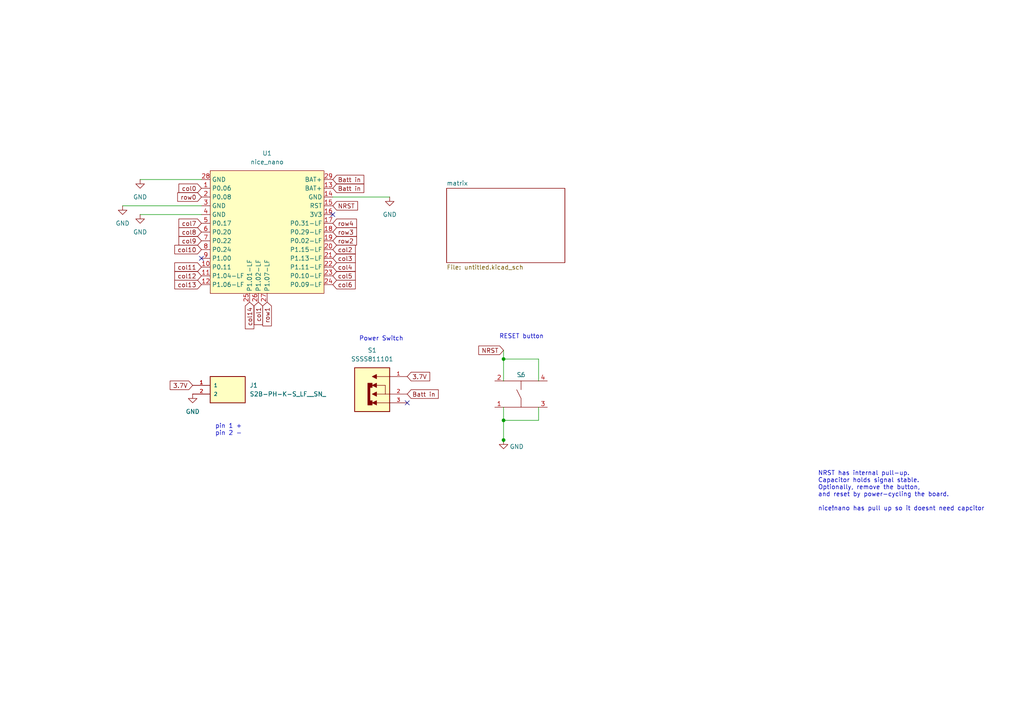
<source format=kicad_sch>
(kicad_sch (version 20231120) (generator "eeschema") (generator_version "8.0")
  (paper "A4")
  (lib_symbols
    (symbol "Custom:EVQ-PUA02K"
      (property "Reference" "S" (at 0 6.35 0))
      (symbol "EVQ-PUA02K_0_1"
        (polyline (pts (xy -5.08 -3.81) (xy 5.08 -3.81)))
        (polyline (pts (xy -5.08 3.81) (xy -5.08 3.81)))
        (polyline (pts (xy -5.08 3.81) (xy 5.08 3.81)))
        (polyline (pts (xy 0 -1.27) (xy 0 -3.81)))
        (polyline (pts (xy 0 -1.27) (xy 0 -1.27)))
        (polyline (pts (xy 0 -1.27) (xy 0 -1.27)))
        (polyline (pts (xy 5.08 3.81) (xy 5.08 3.81)))
        (polyline (pts (xy 0 3.81) (xy 0 1.27) (xy 1.27 -1.27)))
      )
      (symbol "EVQ-PUA02K_1_1"
        (pin passive line (at 5.08 3.81 0) (length 2.54) (name "") (number "1"))
        (pin passive line (at 5.08 -3.81 0) (length 2.54) (name "") (number "2"))
        (pin passive line (at -5.08 3.81 180) (length 2.54) (name "") (number "3"))
        (pin passive line (at -5.08 -3.81 180) (length 2.54) (name "") (number "4"))
      )
    )
    (symbol "GND_1" (power) (pin_numbers hide) (pin_names (offset 0) hide)
      (property "Value" "GND" (at 0 -3.81 0))
      (symbol "GND_1_0_1"
        (polyline (pts (xy 0 0) (xy 0 -1.27) (xy 1.27 -1.27) (xy 0 -2.54) (xy -1.27 -1.27) (xy 0 -1.27)))
      )
      (symbol "GND_1_1_1"
        (pin power_in line (at 0 0 270) (length 0) (name "~") (number "1"))
      )
    )
    (symbol "GND_2" (power) (pin_numbers hide) (pin_names (offset 0) hide)
      (property "Value" "GND" (at 0 -3.81 0))
      (symbol "GND_2_0_1"
        (polyline (pts (xy 0 0) (xy 0 -1.27) (xy 1.27 -1.27) (xy 0 -2.54) (xy -1.27 -1.27) (xy 0 -1.27)))
      )
      (symbol "GND_2_1_1"
        (pin power_in line (at 0 0 270) (length 0) (name "~") (number "1"))
      )
    )
    (symbol "PCM_marbastlib-promicroish:nice_nano" (in_bom no)
      (property "Reference" "U" (at 0 22.86 0))
      (property "Value" "nice_nano" (at 0 20.32 0))
      (symbol "nice_nano_0_0"
        (pin bidirectional line (at -19.05 13.97 0) (length 2.54) (name "P0.06") (number "1"))
        (pin bidirectional line (at -19.05 -8.89 0) (length 2.54) (name "P0.11") (number "10"))
        (pin bidirectional line (at -19.05 -11.43 0) (length 2.54) (name "P1.04-LF") (number "11"))
        (pin bidirectional line (at -19.05 -13.97 0) (length 2.54) (name "P1.06-LF") (number "12"))
        (pin power_out line (at 19.05 11.43 180) (length 2.54) (name "GND") (number "14"))
        (pin bidirectional line (at 19.05 8.89 180) (length 2.54) (name "RST") (number "15"))
        (pin bidirectional line (at 19.05 3.81 180) (length 2.54) (name "P0.31-LF") (number "17"))
        (pin bidirectional line (at 19.05 1.27 180) (length 2.54) (name "P0.29-LF") (number "18"))
        (pin bidirectional line (at 19.05 -1.27 180) (length 2.54) (name "P0.02-LF") (number "19"))
        (pin bidirectional line (at -19.05 11.43 0) (length 2.54) (name "P0.08") (number "2"))
        (pin bidirectional line (at 19.05 -3.81 180) (length 2.54) (name "P1.15-LF") (number "20"))
        (pin bidirectional line (at 19.05 -6.35 180) (length 2.54) (name "P1.13-LF") (number "21"))
        (pin bidirectional line (at 19.05 -8.89 180) (length 2.54) (name "P1.11-LF") (number "22"))
        (pin bidirectional line (at 19.05 -13.97 180) (length 2.54) (name "P0.09-LF") (number "24"))
        (pin power_out line (at -19.05 8.89 0) (length 2.54) (name "GND") (number "3"))
        (pin power_out line (at -19.05 6.35 0) (length 2.54) (name "GND") (number "4"))
        (pin bidirectional line (at -19.05 3.81 0) (length 2.54) (name "P0.17") (number "5"))
        (pin bidirectional line (at -19.05 1.27 0) (length 2.54) (name "P0.20") (number "6"))
        (pin bidirectional line (at -19.05 -1.27 0) (length 2.54) (name "P0.22") (number "7"))
        (pin bidirectional line (at -19.05 -3.81 0) (length 2.54) (name "P0.24") (number "8"))
        (pin bidirectional line (at -19.05 -6.35 0) (length 2.54) (name "P1.00") (number "9"))
      )
      (symbol "nice_nano_1_0"
        (pin power_out line (at 19.05 13.97 180) (length 2.54) (name "BAT+") (number "13"))
        (pin power_out line (at 19.05 6.35 180) (length 2.54) (name "3V3") (number "16"))
        (pin bidirectional line (at 19.05 -11.43 180) (length 2.54) (name "P0.10-LF") (number "23"))
        (pin bidirectional line (at -5.08 -19.05 90) (length 2.54) (name "P1.01-LF") (number "25"))
        (pin bidirectional line (at -2.54 -19.05 90) (length 2.54) (name "P1.02-LF") (number "26"))
        (pin bidirectional line (at 0 -19.05 90) (length 2.54) (name "P1.07-LF") (number "27"))
        (pin power_out line (at -19.05 16.51 0) (length 2.54) (name "GND") (number "28"))
        (pin power_out line (at 19.05 16.51 180) (length 2.54) (name "BAT+") (number "29"))
      )
      (symbol "nice_nano_1_1"
        (rectangle (start -16.51 19.05) (end 16.51 -16.51) (fill (type background)))
      )
    )
    (symbol "S2B-PH-K-S_LF__SN_:S2B-PH-K-S_LF__SN_" (pin_names (offset 1.016))
      (property "Reference" "J" (at -5.08 3.302 0))
      (property "Value" "S2B-PH-K-S_LF__SN_" (at -5.08 -7.62 0))
      (symbol "S2B-PH-K-S_LF__SN__0_0"
        (rectangle (start -5.08 -5.08) (end 5.08 2.54) (stroke (width 0.254)) (fill (type background)))
        (pin passive line (at -10.16 0 0) (length 5.08) (name "1") (number "1"))
        (pin passive line (at -10.16 -2.54 0) (length 5.08) (name "2") (number "2"))
      )
    )
    (symbol "SSSS811101:SSSS811101" (pin_names (offset 1.016))
      (property "Reference" "S" (at -5.08 5.715 0))
      (property "Value" "SSSS811101" (at -5.08 -10.16 0))
      (symbol "SSSS811101_0_0"
        (rectangle (start -5.08 -7.62) (end 5.08 5.08) (stroke (width 0.254)) (fill (type background)))
        (polyline (pts (xy 3.81 -2.54) (xy 1.27 -2.54)) (stroke (width 0.1524)))
        (polyline (pts (xy 3.81 0) (xy 1.27 0)) (stroke (width 0.1524)))
        (polyline (pts (xy 3.81 0) (xy 3.81 -2.54)) (stroke (width 0.1524)))
        (polyline (pts (xy 5.08 -5.08) (xy 1.27 -5.08)) (stroke (width 0.1524)))
        (polyline (pts (xy 5.08 -2.54) (xy 3.81 -2.54)) (stroke (width 0.1524)))
        (polyline (pts (xy 5.08 2.54) (xy 1.27 2.54)) (stroke (width 0.1524)))
        (polyline (pts (xy 1.27 -5.715) (xy 1.27 -4.445) (xy 0 -5.08) (xy 1.27 -5.715)) (stroke (width 0.1524)) (fill (type outline)))
        (polyline (pts (xy 1.27 -3.175) (xy 1.27 -1.905) (xy 0 -2.54) (xy 1.27 -3.175)) (stroke (width 0.1524)) (fill (type outline)))
        (polyline (pts (xy 1.27 -0.635) (xy 1.27 0.635) (xy 0 0) (xy 1.27 -0.635)) (stroke (width 0.1524)) (fill (type outline)))
        (polyline (pts (xy 1.27 1.905) (xy 1.27 3.175) (xy 0 2.54) (xy 1.27 1.905)) (stroke (width 0.1524)) (fill (type outline)))
        (polyline (pts (xy 0 -4.445) (xy 0 -5.715) (xy -1.27 -5.715) (xy -1.27 0.635) (xy 0 0.635) (xy 0 -0.635) (xy -0.635 -0.635) (xy -0.635 -4.445) (xy 0 -4.445)) (stroke (width 0.1524)) (fill (type outline)))
        (pin passive line (at 10.16 2.54 180) (length 5.08) (name "~") (number "1"))
        (pin passive line (at 10.16 -2.54 180) (length 5.08) (name "~") (number "2"))
        (pin passive line (at 10.16 -5.08 180) (length 5.08) (name "~") (number "3"))
      )
    )
    (symbol "power:GND" (power) (pin_names (offset 0))
      (property "Value" "GND" (at 0 -3.81 0))
      (symbol "GND_0_1"
        (polyline (pts (xy 0 0) (xy 0 -1.27) (xy 1.27 -1.27) (xy 0 -2.54) (xy -1.27 -1.27) (xy 0 -1.27)))
      )
      (symbol "GND_1_1"
        (pin power_in line (at 0 0 270) (length 0) hide (name "GND") (number "1"))
      )
    )
  )
  (junction (at 146.05 121.92))
  (junction (at 146.05 104.14))
  (junction (at 146.05 127.635))
  (no_connect (at 96.52 62.23))
  (no_connect (at 118.11 116.84))
  (no_connect (at 58.42 74.93))
  (wire (pts (xy 146.05 121.92) (xy 156.21 121.92)))
  (wire (pts (xy 156.21 118.11) (xy 156.21 121.92)))
  (wire (pts (xy 96.52 57.15) (xy 113.03 57.15)))
  (wire (pts (xy 156.21 104.14) (xy 156.21 110.49)))
  (wire (pts (xy 35.56 59.69) (xy 58.42 59.69)))
  (wire (pts (xy 146.05 127.635) (xy 146.05 128.27)))
  (wire (pts (xy 146.05 118.11) (xy 146.05 121.92)))
  (wire (pts (xy 40.64 62.23) (xy 58.42 62.23)))
  (wire (pts (xy 146.05 104.14) (xy 156.21 104.14)))
  (wire (pts (xy 146.05 104.14) (xy 146.05 110.49)))
  (wire (pts (xy 146.05 101.6) (xy 146.05 104.14)))
  (wire (pts (xy 40.64 52.07) (xy 58.42 52.07)))
  (wire (pts (xy 146.05 121.92) (xy 146.05 127.635)))
  (text "RESET button" (at 144.78 98.425 0) (effects (font (size 1.27 1.27)) (justify left bottom)))
  (text "Power Switch" (at 104.14 99.06 0) (effects (font (size 1.27 1.27)) (justify left bottom)))
  (text "NRST has internal pull-up.\nCapacitor holds signal stable.\nOptionally, remove the button,\nand reset by power-cycling the board.\n\nnice!nano has pull up so it doesnt need capcitor" (at 237.236 148.336 0) (effects (font (size 1.27 1.27)) (justify left bottom)))
  (text "pin 1 +\npin 2 -" (at 66.294 124.714 0) (effects (font (size 1.27 1.27))))
  (global_label "row3" (shape input) (at 96.52 67.31 0) (property "Intersheetrefs" "${INTERSHEET_REFS}" (effects (hide yes))))
  (global_label "Batt in" (shape input) (at 96.52 52.07 0) (property "Intersheetrefs" "${INTERSHEET_REFS}" (effects (hide yes))))
  (global_label "row4" (shape input) (at 96.52 64.77 0) (property "Intersheetrefs" "${INTERSHEET_REFS}" (effects (hide yes))))
  (global_label "Batt in" (shape input) (at 96.52 54.61 0) (property "Intersheetrefs" "${INTERSHEET_REFS}" (effects (hide yes))))
  (global_label "NRST" (shape input) (at 146.05 101.6 180) (property "Intersheetrefs" "${INTERSHEET_REFS}" (effects (hide yes))))
  (global_label "col4" (shape input) (at 96.52 77.47 0) (property "Intersheetrefs" "${INTERSHEET_REFS}" (effects (hide yes))))
  (global_label "row1" (shape input) (at 77.47 87.63 270) (property "Intersheetrefs" "${INTERSHEET_REFS}" (effects (hide yes))))
  (global_label "row0" (shape input) (at 58.42 57.15 180) (property "Intersheetrefs" "${INTERSHEET_REFS}" (effects (hide yes))))
  (global_label "col13" (shape input) (at 58.42 82.55 180) (property "Intersheetrefs" "${INTERSHEET_REFS}" (effects (hide yes))))
  (global_label "col8" (shape input) (at 58.42 67.31 180) (property "Intersheetrefs" "${INTERSHEET_REFS}" (effects (hide yes))))
  (global_label "col6" (shape input) (at 96.52 82.55 0) (property "Intersheetrefs" "${INTERSHEET_REFS}" (effects (hide yes))))
  (global_label "3.7V" (shape input) (at 118.11 109.22 0) (property "Intersheetrefs" "${INTERSHEET_REFS}" (effects (hide yes))))
  (global_label "col12" (shape input) (at 58.42 80.01 180) (property "Intersheetrefs" "${INTERSHEET_REFS}" (effects (hide yes))))
  (global_label "col1" (shape input) (at 74.93 87.63 270) (property "Intersheetrefs" "${INTERSHEET_REFS}" (effects (hide yes))))
  (global_label "col10" (shape input) (at 58.42 72.39 180) (property "Intersheetrefs" "${INTERSHEET_REFS}" (effects (hide yes))))
  (global_label "col14" (shape input) (at 72.39 87.63 270) (property "Intersheetrefs" "${INTERSHEET_REFS}" (effects (hide yes))))
  (global_label "3.7V" (shape input) (at 55.88 111.76 180) (property "Intersheetrefs" "${INTERSHEET_REFS}" (effects (hide yes))))
  (global_label "row2" (shape input) (at 96.52 69.85 0) (property "Intersheetrefs" "${INTERSHEET_REFS}" (effects (hide yes))))
  (global_label "col11" (shape input) (at 58.42 77.47 180) (property "Intersheetrefs" "${INTERSHEET_REFS}" (effects (hide yes))))
  (global_label "NRST" (shape input) (at 96.52 59.69 0) (property "Intersheetrefs" "${INTERSHEET_REFS}" (effects (hide yes))))
  (global_label "col5" (shape input) (at 96.52 80.01 0) (property "Intersheetrefs" "${INTERSHEET_REFS}" (effects (hide yes))))
  (global_label "Batt in" (shape input) (at 118.11 114.3 0) (property "Intersheetrefs" "${INTERSHEET_REFS}" (effects (hide yes))))
  (global_label "col3" (shape input) (at 96.52 74.93 0) (property "Intersheetrefs" "${INTERSHEET_REFS}" (effects (hide yes))))
  (global_label "col2" (shape input) (at 96.52 72.39 0) (property "Intersheetrefs" "${INTERSHEET_REFS}" (effects (hide yes))))
  (global_label "col9" (shape input) (at 58.42 69.85 180) (property "Intersheetrefs" "${INTERSHEET_REFS}" (effects (hide yes))))
  (global_label "col7" (shape input) (at 58.42 64.77 180) (property "Intersheetrefs" "${INTERSHEET_REFS}" (effects (hide yes))))
  (global_label "col0" (shape input) (at 58.42 54.61 180) (property "Intersheetrefs" "${INTERSHEET_REFS}" (effects (hide yes))))
  (symbol (lib_name "GND_2") (lib_id "power:GND") (at 113.03 57.15 0) (unit 1)
    (property "Reference" "#PWR05" (effects (hide yes)))
    (property "Value" "GND" (at 113.03 62.23 0))
    (property "Description" "Power symbol creates a global label with name \"GND\" , ground" (effects (hide yes)))
  )
  (symbol (lib_name "GND_1") (lib_id "power:GND") (at 55.88 114.3 0) (unit 1)
    (property "Reference" "#PWR01" (effects (hide yes)))
    (property "Value" "GND" (at 55.88 119.38 0))
    (property "Description" "Power symbol creates a global label with name \"GND\" , ground" (effects (hide yes)))
  )
  (symbol (lib_id "S2B-PH-K-S_LF__SN_:S2B-PH-K-S_LF__SN_") (at 66.04 111.76 0) (unit 1)
    (property "Reference" "J1" (at 72.39 111.7599 0) (effects (justify left)))
    (property "Value" "S2B-PH-K-S_LF__SN_" (at 72.39 114.2999 0) (effects (justify left)))
    (property "Footprint" "S2B-PH-K-S_LF__SN_:JST_S2B-PH-K-S_LF__SN_" (effects (hide yes)))
    (property "MF" "JST Sales America Inc." (effects (hide yes)))
    (property "MAXIMUM_PACKAGE_HEIGHT" "4.8mm" (effects (hide yes)))
    (property "PACKAGE" "None" (effects (hide yes)))
    (property "PRICE" "None" (effects (hide yes)))
    (property "Package" "NON STANDARD-2 J.S.T." (effects (hide yes)))
    (property "Check_prices" "https://www.snapeda.com/parts/S2B-PH-K-S(LF)(SN)/JST/view-part/?ref=eda" (effects (hide yes)))
    (property "Price" "None" (effects (hide yes)))
    (property "SnapEDA_Link" "https://www.snapeda.com/parts/S2B-PH-K-S(LF)(SN)/JST/view-part/?ref=snap" (effects (hide yes)))
    (property "MP" "S2B-PH-K-S(LF)(SN)" (effects (hide yes)))
    (property "Description_1" "\n                        \n                            Connector Header Through Hole, Right Angle 2 position\n                        \n" (effects (hide yes)))
    (property "Availability" "In Stock" (effects (hide yes)))
    (property "AVAILABILITY" "Unavailable" (effects (hide yes)))
    (property "DESCRIPTION" "Connector Header Through Hole, Right Angle 2 position" (effects (hide yes)))
  )
  (symbol (lib_name "GND_2") (lib_id "power:GND") (at 40.64 62.23 0) (unit 1)
    (property "Reference" "#PWR04" (effects (hide yes)))
    (property "Value" "GND" (at 40.64 67.31 0))
    (property "Description" "Power symbol creates a global label with name \"GND\" , ground" (effects (hide yes)))
  )
  (symbol (lib_id "Custom:EVQ-PUA02K") (at 151.13 114.3 180) (unit 1)
    (property "Reference" "S6" (at 151.13 108.712 0))
    (property "Value" "~" (at 151.13 109.22 0))
    (property "Footprint" "Custom:EVQ-PUA02K" (effects (hide yes)))
    (property "Datasheet" "https://4donline.ihs.com/images/VipMasterIC/IC/PANA/PANAS38693/PANAS38693-1.pdf?hkey=CECEF36DEECDED6468708AAF2E19C0C6" (effects (hide yes)))
  )
  (symbol (lib_id "PCM_marbastlib-promicroish:nice_nano") (at 77.47 68.58 0) (unit 1) (in_bom no)
    (property "Reference" "U1" (at 77.47 44.45 0))
    (property "Value" "nice_nano" (at 77.47 46.99 0))
    (property "Footprint" "PCM_marbastlib-xp-promicroish:nice_nano_AH_USBup" (effects (hide yes)))
    (property "Datasheet" "https://nicekeyboards.com/docs/nice-nano/pinout-schematic" (effects (hide yes)))
    (property "Description" "Symbol for an nicekeyboards nice!nano" (effects (hide yes)))
  )
  (symbol (lib_id "power:GND") (at 146.05 127.635 0) (mirror y) (unit 1)
    (property "Reference" "#PWR06" (effects (hide yes)))
    (property "Value" "GND" (at 149.86 129.54 0))
  )
  (symbol (lib_name "GND_2") (lib_id "power:GND") (at 40.64 52.07 0) (unit 1)
    (property "Reference" "#PWR02" (effects (hide yes)))
    (property "Value" "GND" (at 40.64 57.15 0))
    (property "Description" "Power symbol creates a global label with name \"GND\" , ground" (effects (hide yes)))
  )
  (symbol (lib_id "SSSS811101:SSSS811101") (at 107.95 111.76 0) (unit 1)
    (property "Reference" "S1" (at 107.95 101.6 0))
    (property "Value" "SSSS811101" (at 107.95 104.14 0))
    (property "Footprint" "SSSS811101:SW_SSSS811101" (effects (hide yes)))
    (property "MF" "ALPS" (effects (hide yes)))
    (property "MAXIMUM_PACKAGE_HEIGHT" "1.60 mm" (effects (hide yes)))
    (property "Package" "None" (effects (hide yes)))
    (property "Price" "None" (effects (hide yes)))
    (property "Check_prices" "https://www.snapeda.com/parts/SSSS811101/ALPS/view-part/?ref=eda" (effects (hide yes)))
    (property "STANDARD" "Manufacturer Recommendations" (effects (hide yes)))
    (property "PARTREV" "N/A" (effects (hide yes)))
    (property "SnapEDA_Link" "https://www.snapeda.com/parts/SSSS811101/ALPS/view-part/?ref=snap" (effects (hide yes)))
    (property "MP" "SSSS811101" (effects (hide yes)))
    (property "Description_1" "\n                        \n                            Switch Slide SP Side Slide 0.3A 5VDC 10000Cycles Gull Wing SMD T/R\n                        \n" (effects (hide yes)))
    (property "Availability" "In Stock" (effects (hide yes)))
    (property "MANUFACTURER" "ALPS" (effects (hide yes)))
  )
  (symbol (lib_name "GND_2") (lib_id "power:GND") (at 35.56 59.69 0) (unit 1)
    (property "Reference" "#PWR03" (effects (hide yes)))
    (property "Value" "GND" (at 35.56 64.77 0))
    (property "Description" "Power symbol creates a global label with name \"GND\" , ground" (effects (hide yes)))
  )
  (sheet (at 129.54 54.61) (size 34.29 21.59) (stroke (width 0.1524))
    (property "Sheetname" "matrix" (at 129.54 53.8984 0) (effects (justify left bottom)))
    (property "Sheetfile" "untitled.kicad_sch" (at 129.54 76.7846 0) (effects (justify left top)))
  )
)
</source>
